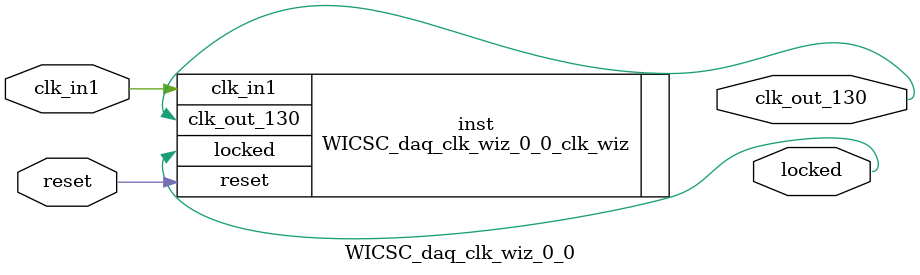
<source format=v>


`timescale 1ps/1ps

(* CORE_GENERATION_INFO = "WICSC_daq_clk_wiz_0_0,clk_wiz_v6_0_5_0_0,{component_name=WICSC_daq_clk_wiz_0_0,use_phase_alignment=true,use_min_o_jitter=false,use_max_i_jitter=false,use_dyn_phase_shift=false,use_inclk_switchover=false,use_dyn_reconfig=false,enable_axi=0,feedback_source=FDBK_AUTO,PRIMITIVE=MMCM,num_out_clk=1,clkin1_period=10.000,clkin2_period=10.000,use_power_down=false,use_reset=true,use_locked=true,use_inclk_stopped=false,feedback_type=SINGLE,CLOCK_MGR_TYPE=NA,manual_override=false}" *)

module WICSC_daq_clk_wiz_0_0 
 (
  // Clock out ports
  output        clk_out_130,
  // Status and control signals
  input         reset,
  output        locked,
 // Clock in ports
  input         clk_in1
 );

  WICSC_daq_clk_wiz_0_0_clk_wiz inst
  (
  // Clock out ports  
  .clk_out_130(clk_out_130),
  // Status and control signals               
  .reset(reset), 
  .locked(locked),
 // Clock in ports
  .clk_in1(clk_in1)
  );

endmodule

</source>
